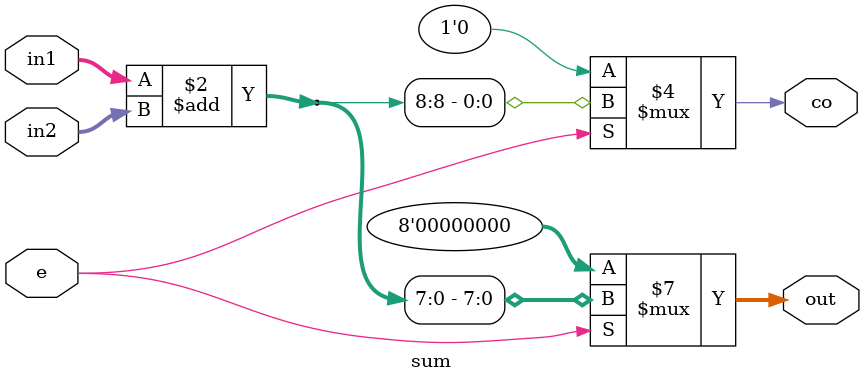
<source format=v>
module sum(input[7:0] in1, in2,
				input e,
				output reg [7:0] out,
				output reg co);
								

always @(*)		
	if (e) {co, out} = in1 + in2;
		else begin
			out = 0;
			co = 0;
		end

endmodule

</source>
